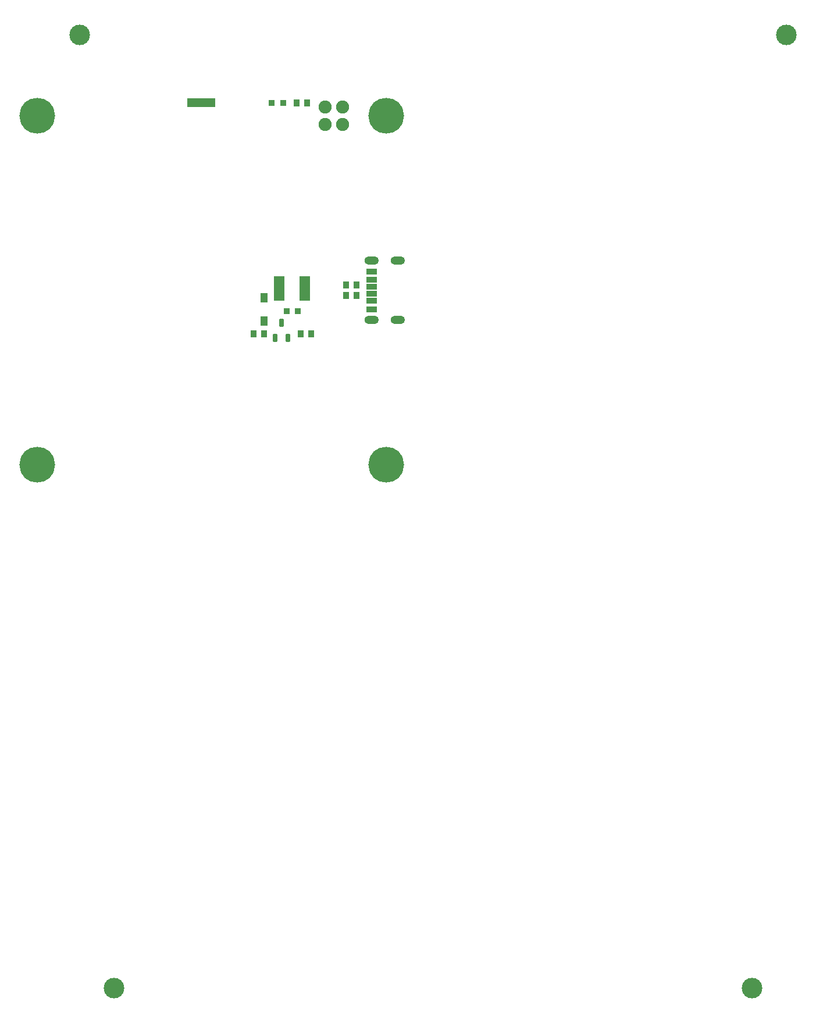
<source format=gts>
G04 Layer: TopSolderMaskLayer*
G04 Panelize: Stamp Hole, Column: 2, Row: 2, Board Size: 58.42mm x 58.42mm, Panelized Board Size: 122.84mm x 122.84mm*
G04 EasyEDA v6.5.34, 2023-08-01 23:33:27*
G04 8882f614003f49ca997d8dc6e28bf5ec,5a6b42c53f6a479593ecc07194224c93,10*
G04 Gerber Generator version 0.2*
G04 Scale: 100 percent, Rotated: No, Reflected: No *
G04 Dimensions in millimeters *
G04 leading zeros omitted , absolute positions ,4 integer and 5 decimal *
%FSLAX45Y45*%
%MOMM*%

%AMMACRO1*1,1,$1,$2,$3*1,1,$1,$4,$5*1,1,$1,0-$2,0-$3*1,1,$1,0-$4,0-$5*20,1,$1,$2,$3,$4,$5,0*20,1,$1,$4,$5,0-$2,0-$3,0*20,1,$1,0-$2,0-$3,0-$4,0-$5,0*20,1,$1,0-$4,0-$5,$2,$3,0*4,1,4,$2,$3,$4,$5,0-$2,0-$3,0-$4,0-$5,$2,$3,0*%
%ADD10MACRO1,0.1016X-0.475X-0.6X-0.475X0.6*%
%ADD11MACRO1,0.1016X-0.4032X-0.432X-0.4032X0.432*%
%ADD12MACRO1,0.1016X0.4032X-0.432X0.4032X0.432*%
%ADD13MACRO1,0.1016X-0.4X-0.4X-0.4X0.4*%
%ADD14MACRO1,0.1016X0.7033X1.7496X0.7033X-1.7496*%
%ADD15MACRO1,0.1016X-0.7033X1.7496X-0.7033X-1.7496*%
%ADD16MACRO1,0.1016X-0.266X-0.5188X0.266X-0.5188*%
%ADD17MACRO1,0.1016X-0.7X-0.4X-0.7X0.4*%
%ADD18R,1.5016X0.9016*%
%ADD19O,2.1015960000000002X1.2015978000000003*%
%ADD20C,5.2032*%
%ADD21C,1.9016*%
%ADD22C,3.0000*%

%LPD*%
D10*
G01*
X3683876Y2811599D03*
G01*
X3683876Y2471595D03*
D11*
G01*
X4304424Y5651500D03*
D12*
G01*
X4153775Y5651500D03*
D11*
G01*
X5028314Y2997194D03*
D12*
G01*
X4877664Y2997194D03*
D11*
G01*
X5028314Y2844794D03*
D12*
G01*
X4877664Y2844794D03*
D11*
G01*
X3682114Y2285989D03*
D12*
G01*
X3531464Y2285989D03*
D13*
G01*
X4169331Y2616542D03*
G01*
X4009430Y2615841D03*
G01*
X3958589Y5651500D03*
G01*
X3788410Y5651500D03*
D11*
G01*
X4367914Y2285989D03*
D12*
G01*
X4217264Y2285989D03*
D14*
G01*
X3904056Y2946389D03*
D15*
G01*
X4274723Y2946389D03*
D16*
G01*
X3841987Y2226664D03*
G01*
X4031987Y2226664D03*
G01*
X3936987Y2446915D03*
D17*
G01*
X5245902Y2870982D03*
G01*
X5245902Y2970982D03*
G01*
X5245750Y3072988D03*
D18*
G01*
X5245506Y2769006D03*
D17*
G01*
X5245674Y3196000D03*
G01*
X5245674Y2645989D03*
D19*
G01*
X5245684Y3353003D03*
G01*
X5245684Y2488996D03*
G01*
X5625693Y2488996D03*
G01*
X5625693Y3353003D03*
D20*
G01*
X381000Y5461000D03*
G01*
X5461000Y5461000D03*
G01*
X5461000Y381000D03*
G01*
X381000Y381000D03*
G01*
X5461000Y5461000D03*
G01*
X381000Y5461000D03*
D21*
G01*
X4826000Y5588000D03*
G01*
X4826000Y5334000D03*
G01*
X4572000Y5334000D03*
G01*
X4572000Y5588000D03*
D22*
G01*
X999997Y6641998D03*
G01*
X11284000Y6641998D03*
G01*
X1499996Y-7241997D03*
G01*
X10784001Y-7241997D03*
G36*
X2565400Y5715000D02*
G01*
X2971800Y5715000D01*
X2971800Y5588000D01*
X2565400Y5588000D01*
G37*
M02*

</source>
